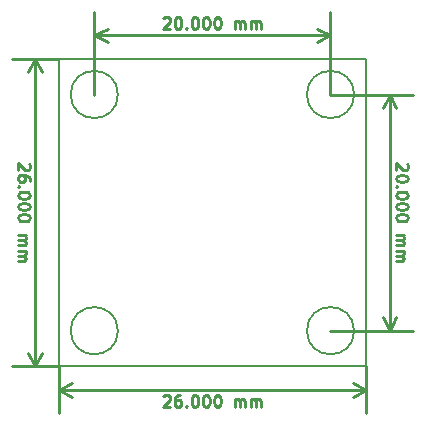
<source format=gbr>
G04 (created by PCBNEW (2013-mar-13)-testing) date Wed 05 Jun 2013 12:42:06 PM WEST*
%MOIN*%
G04 Gerber Fmt 3.4, Leading zero omitted, Abs format*
%FSLAX34Y34*%
G01*
G70*
G90*
G04 APERTURE LIST*
%ADD10C,0.005906*%
%ADD11C,0.007874*%
%ADD12C,0.009843*%
G04 APERTURE END LIST*
G54D10*
G54D11*
X58661Y-38188D02*
G75*
G03X58661Y-38188I-787J0D01*
G74*
G01*
X66535Y-38188D02*
G75*
G03X66535Y-38188I-787J0D01*
G74*
G01*
X66535Y-30314D02*
G75*
G03X66535Y-30314I-787J0D01*
G74*
G01*
X58661Y-30314D02*
G75*
G03X58661Y-30314I-787J0D01*
G74*
G01*
X66929Y-29133D02*
X56692Y-29133D01*
X66929Y-39370D02*
X66929Y-29133D01*
X56692Y-39370D02*
X66929Y-39370D01*
X56692Y-29133D02*
X56692Y-39370D01*
G54D12*
X60179Y-27774D02*
X60198Y-27755D01*
X60236Y-27737D01*
X60329Y-27737D01*
X60367Y-27755D01*
X60386Y-27774D01*
X60404Y-27812D01*
X60404Y-27849D01*
X60386Y-27905D01*
X60161Y-28130D01*
X60404Y-28130D01*
X60648Y-27737D02*
X60686Y-27737D01*
X60723Y-27755D01*
X60742Y-27774D01*
X60761Y-27812D01*
X60779Y-27887D01*
X60779Y-27980D01*
X60761Y-28055D01*
X60742Y-28093D01*
X60723Y-28112D01*
X60686Y-28130D01*
X60648Y-28130D01*
X60611Y-28112D01*
X60592Y-28093D01*
X60573Y-28055D01*
X60554Y-27980D01*
X60554Y-27887D01*
X60573Y-27812D01*
X60592Y-27774D01*
X60611Y-27755D01*
X60648Y-27737D01*
X60948Y-28093D02*
X60967Y-28112D01*
X60948Y-28130D01*
X60929Y-28112D01*
X60948Y-28093D01*
X60948Y-28130D01*
X61211Y-27737D02*
X61248Y-27737D01*
X61286Y-27755D01*
X61304Y-27774D01*
X61323Y-27812D01*
X61342Y-27887D01*
X61342Y-27980D01*
X61323Y-28055D01*
X61304Y-28093D01*
X61286Y-28112D01*
X61248Y-28130D01*
X61211Y-28130D01*
X61173Y-28112D01*
X61154Y-28093D01*
X61136Y-28055D01*
X61117Y-27980D01*
X61117Y-27887D01*
X61136Y-27812D01*
X61154Y-27774D01*
X61173Y-27755D01*
X61211Y-27737D01*
X61586Y-27737D02*
X61623Y-27737D01*
X61661Y-27755D01*
X61679Y-27774D01*
X61698Y-27812D01*
X61717Y-27887D01*
X61717Y-27980D01*
X61698Y-28055D01*
X61679Y-28093D01*
X61661Y-28112D01*
X61623Y-28130D01*
X61586Y-28130D01*
X61548Y-28112D01*
X61529Y-28093D01*
X61511Y-28055D01*
X61492Y-27980D01*
X61492Y-27887D01*
X61511Y-27812D01*
X61529Y-27774D01*
X61548Y-27755D01*
X61586Y-27737D01*
X61961Y-27737D02*
X61998Y-27737D01*
X62035Y-27755D01*
X62054Y-27774D01*
X62073Y-27812D01*
X62092Y-27887D01*
X62092Y-27980D01*
X62073Y-28055D01*
X62054Y-28093D01*
X62035Y-28112D01*
X61998Y-28130D01*
X61961Y-28130D01*
X61923Y-28112D01*
X61904Y-28093D01*
X61886Y-28055D01*
X61867Y-27980D01*
X61867Y-27887D01*
X61886Y-27812D01*
X61904Y-27774D01*
X61923Y-27755D01*
X61961Y-27737D01*
X62560Y-28130D02*
X62560Y-27868D01*
X62560Y-27905D02*
X62579Y-27887D01*
X62617Y-27868D01*
X62673Y-27868D01*
X62710Y-27887D01*
X62729Y-27924D01*
X62729Y-28130D01*
X62729Y-27924D02*
X62748Y-27887D01*
X62785Y-27868D01*
X62842Y-27868D01*
X62879Y-27887D01*
X62898Y-27924D01*
X62898Y-28130D01*
X63085Y-28130D02*
X63085Y-27868D01*
X63085Y-27905D02*
X63104Y-27887D01*
X63142Y-27868D01*
X63198Y-27868D01*
X63235Y-27887D01*
X63254Y-27924D01*
X63254Y-28130D01*
X63254Y-27924D02*
X63273Y-27887D01*
X63310Y-27868D01*
X63367Y-27868D01*
X63404Y-27887D01*
X63423Y-27924D01*
X63423Y-28130D01*
X57874Y-28346D02*
X65748Y-28346D01*
X57874Y-30314D02*
X57874Y-27559D01*
X65748Y-30314D02*
X65748Y-27559D01*
X65748Y-28346D02*
X65304Y-28577D01*
X65748Y-28346D02*
X65304Y-28115D01*
X57874Y-28346D02*
X58317Y-28577D01*
X57874Y-28346D02*
X58317Y-28115D01*
X68288Y-32620D02*
X68307Y-32639D01*
X68325Y-32677D01*
X68325Y-32770D01*
X68307Y-32808D01*
X68288Y-32827D01*
X68250Y-32845D01*
X68213Y-32845D01*
X68157Y-32827D01*
X67932Y-32602D01*
X67932Y-32845D01*
X68325Y-33089D02*
X68325Y-33127D01*
X68307Y-33164D01*
X68288Y-33183D01*
X68250Y-33202D01*
X68175Y-33220D01*
X68082Y-33220D01*
X68007Y-33202D01*
X67969Y-33183D01*
X67950Y-33164D01*
X67932Y-33127D01*
X67932Y-33089D01*
X67950Y-33052D01*
X67969Y-33033D01*
X68007Y-33014D01*
X68082Y-32995D01*
X68175Y-32995D01*
X68250Y-33014D01*
X68288Y-33033D01*
X68307Y-33052D01*
X68325Y-33089D01*
X67969Y-33389D02*
X67950Y-33408D01*
X67932Y-33389D01*
X67950Y-33370D01*
X67969Y-33389D01*
X67932Y-33389D01*
X68325Y-33652D02*
X68325Y-33689D01*
X68307Y-33727D01*
X68288Y-33745D01*
X68250Y-33764D01*
X68175Y-33783D01*
X68082Y-33783D01*
X68007Y-33764D01*
X67969Y-33745D01*
X67950Y-33727D01*
X67932Y-33689D01*
X67932Y-33652D01*
X67950Y-33614D01*
X67969Y-33595D01*
X68007Y-33577D01*
X68082Y-33558D01*
X68175Y-33558D01*
X68250Y-33577D01*
X68288Y-33595D01*
X68307Y-33614D01*
X68325Y-33652D01*
X68325Y-34026D02*
X68325Y-34064D01*
X68307Y-34101D01*
X68288Y-34120D01*
X68250Y-34139D01*
X68175Y-34158D01*
X68082Y-34158D01*
X68007Y-34139D01*
X67969Y-34120D01*
X67950Y-34101D01*
X67932Y-34064D01*
X67932Y-34026D01*
X67950Y-33989D01*
X67969Y-33970D01*
X68007Y-33952D01*
X68082Y-33933D01*
X68175Y-33933D01*
X68250Y-33952D01*
X68288Y-33970D01*
X68307Y-33989D01*
X68325Y-34026D01*
X68325Y-34401D02*
X68325Y-34439D01*
X68307Y-34476D01*
X68288Y-34495D01*
X68250Y-34514D01*
X68175Y-34533D01*
X68082Y-34533D01*
X68007Y-34514D01*
X67969Y-34495D01*
X67950Y-34476D01*
X67932Y-34439D01*
X67932Y-34401D01*
X67950Y-34364D01*
X67969Y-34345D01*
X68007Y-34326D01*
X68082Y-34308D01*
X68175Y-34308D01*
X68250Y-34326D01*
X68288Y-34345D01*
X68307Y-34364D01*
X68325Y-34401D01*
X67932Y-35001D02*
X68194Y-35001D01*
X68157Y-35001D02*
X68175Y-35020D01*
X68194Y-35058D01*
X68194Y-35114D01*
X68175Y-35151D01*
X68138Y-35170D01*
X67932Y-35170D01*
X68138Y-35170D02*
X68175Y-35189D01*
X68194Y-35226D01*
X68194Y-35283D01*
X68175Y-35320D01*
X68138Y-35339D01*
X67932Y-35339D01*
X67932Y-35526D02*
X68194Y-35526D01*
X68157Y-35526D02*
X68175Y-35545D01*
X68194Y-35583D01*
X68194Y-35639D01*
X68175Y-35676D01*
X68138Y-35695D01*
X67932Y-35695D01*
X68138Y-35695D02*
X68175Y-35714D01*
X68194Y-35751D01*
X68194Y-35808D01*
X68175Y-35845D01*
X68138Y-35864D01*
X67932Y-35864D01*
X67716Y-30314D02*
X67716Y-38188D01*
X65748Y-30314D02*
X68503Y-30314D01*
X65748Y-38188D02*
X68503Y-38188D01*
X67716Y-38188D02*
X67485Y-37745D01*
X67716Y-38188D02*
X67947Y-37745D01*
X67716Y-30314D02*
X67485Y-30758D01*
X67716Y-30314D02*
X67947Y-30758D01*
X60179Y-40373D02*
X60198Y-40354D01*
X60236Y-40335D01*
X60329Y-40335D01*
X60367Y-40354D01*
X60386Y-40373D01*
X60404Y-40410D01*
X60404Y-40448D01*
X60386Y-40504D01*
X60161Y-40729D01*
X60404Y-40729D01*
X60742Y-40335D02*
X60667Y-40335D01*
X60629Y-40354D01*
X60611Y-40373D01*
X60573Y-40429D01*
X60554Y-40504D01*
X60554Y-40654D01*
X60573Y-40691D01*
X60592Y-40710D01*
X60629Y-40729D01*
X60704Y-40729D01*
X60742Y-40710D01*
X60761Y-40691D01*
X60779Y-40654D01*
X60779Y-40560D01*
X60761Y-40523D01*
X60742Y-40504D01*
X60704Y-40485D01*
X60629Y-40485D01*
X60592Y-40504D01*
X60573Y-40523D01*
X60554Y-40560D01*
X60948Y-40691D02*
X60967Y-40710D01*
X60948Y-40729D01*
X60929Y-40710D01*
X60948Y-40691D01*
X60948Y-40729D01*
X61211Y-40335D02*
X61248Y-40335D01*
X61286Y-40354D01*
X61304Y-40373D01*
X61323Y-40410D01*
X61342Y-40485D01*
X61342Y-40579D01*
X61323Y-40654D01*
X61304Y-40691D01*
X61286Y-40710D01*
X61248Y-40729D01*
X61211Y-40729D01*
X61173Y-40710D01*
X61154Y-40691D01*
X61136Y-40654D01*
X61117Y-40579D01*
X61117Y-40485D01*
X61136Y-40410D01*
X61154Y-40373D01*
X61173Y-40354D01*
X61211Y-40335D01*
X61586Y-40335D02*
X61623Y-40335D01*
X61661Y-40354D01*
X61679Y-40373D01*
X61698Y-40410D01*
X61717Y-40485D01*
X61717Y-40579D01*
X61698Y-40654D01*
X61679Y-40691D01*
X61661Y-40710D01*
X61623Y-40729D01*
X61586Y-40729D01*
X61548Y-40710D01*
X61529Y-40691D01*
X61511Y-40654D01*
X61492Y-40579D01*
X61492Y-40485D01*
X61511Y-40410D01*
X61529Y-40373D01*
X61548Y-40354D01*
X61586Y-40335D01*
X61961Y-40335D02*
X61998Y-40335D01*
X62035Y-40354D01*
X62054Y-40373D01*
X62073Y-40410D01*
X62092Y-40485D01*
X62092Y-40579D01*
X62073Y-40654D01*
X62054Y-40691D01*
X62035Y-40710D01*
X61998Y-40729D01*
X61961Y-40729D01*
X61923Y-40710D01*
X61904Y-40691D01*
X61886Y-40654D01*
X61867Y-40579D01*
X61867Y-40485D01*
X61886Y-40410D01*
X61904Y-40373D01*
X61923Y-40354D01*
X61961Y-40335D01*
X62560Y-40729D02*
X62560Y-40466D01*
X62560Y-40504D02*
X62579Y-40485D01*
X62617Y-40466D01*
X62673Y-40466D01*
X62710Y-40485D01*
X62729Y-40523D01*
X62729Y-40729D01*
X62729Y-40523D02*
X62748Y-40485D01*
X62785Y-40466D01*
X62842Y-40466D01*
X62879Y-40485D01*
X62898Y-40523D01*
X62898Y-40729D01*
X63085Y-40729D02*
X63085Y-40466D01*
X63085Y-40504D02*
X63104Y-40485D01*
X63142Y-40466D01*
X63198Y-40466D01*
X63235Y-40485D01*
X63254Y-40523D01*
X63254Y-40729D01*
X63254Y-40523D02*
X63273Y-40485D01*
X63310Y-40466D01*
X63367Y-40466D01*
X63404Y-40485D01*
X63423Y-40523D01*
X63423Y-40729D01*
X56692Y-40157D02*
X66929Y-40157D01*
X56692Y-39370D02*
X56692Y-40944D01*
X66929Y-39370D02*
X66929Y-40944D01*
X66929Y-40157D02*
X66485Y-40388D01*
X66929Y-40157D02*
X66485Y-39926D01*
X56692Y-40157D02*
X57136Y-40388D01*
X56692Y-40157D02*
X57136Y-39926D01*
X55689Y-32620D02*
X55708Y-32639D01*
X55727Y-32677D01*
X55727Y-32770D01*
X55708Y-32808D01*
X55689Y-32827D01*
X55652Y-32845D01*
X55614Y-32845D01*
X55558Y-32827D01*
X55333Y-32602D01*
X55333Y-32845D01*
X55727Y-33183D02*
X55727Y-33108D01*
X55708Y-33070D01*
X55689Y-33052D01*
X55633Y-33014D01*
X55558Y-32995D01*
X55408Y-32995D01*
X55371Y-33014D01*
X55352Y-33033D01*
X55333Y-33070D01*
X55333Y-33145D01*
X55352Y-33183D01*
X55371Y-33202D01*
X55408Y-33220D01*
X55502Y-33220D01*
X55539Y-33202D01*
X55558Y-33183D01*
X55577Y-33145D01*
X55577Y-33070D01*
X55558Y-33033D01*
X55539Y-33014D01*
X55502Y-32995D01*
X55371Y-33389D02*
X55352Y-33408D01*
X55333Y-33389D01*
X55352Y-33370D01*
X55371Y-33389D01*
X55333Y-33389D01*
X55727Y-33652D02*
X55727Y-33689D01*
X55708Y-33727D01*
X55689Y-33745D01*
X55652Y-33764D01*
X55577Y-33783D01*
X55483Y-33783D01*
X55408Y-33764D01*
X55371Y-33745D01*
X55352Y-33727D01*
X55333Y-33689D01*
X55333Y-33652D01*
X55352Y-33614D01*
X55371Y-33595D01*
X55408Y-33577D01*
X55483Y-33558D01*
X55577Y-33558D01*
X55652Y-33577D01*
X55689Y-33595D01*
X55708Y-33614D01*
X55727Y-33652D01*
X55727Y-34026D02*
X55727Y-34064D01*
X55708Y-34101D01*
X55689Y-34120D01*
X55652Y-34139D01*
X55577Y-34158D01*
X55483Y-34158D01*
X55408Y-34139D01*
X55371Y-34120D01*
X55352Y-34101D01*
X55333Y-34064D01*
X55333Y-34026D01*
X55352Y-33989D01*
X55371Y-33970D01*
X55408Y-33952D01*
X55483Y-33933D01*
X55577Y-33933D01*
X55652Y-33952D01*
X55689Y-33970D01*
X55708Y-33989D01*
X55727Y-34026D01*
X55727Y-34401D02*
X55727Y-34439D01*
X55708Y-34476D01*
X55689Y-34495D01*
X55652Y-34514D01*
X55577Y-34533D01*
X55483Y-34533D01*
X55408Y-34514D01*
X55371Y-34495D01*
X55352Y-34476D01*
X55333Y-34439D01*
X55333Y-34401D01*
X55352Y-34364D01*
X55371Y-34345D01*
X55408Y-34326D01*
X55483Y-34308D01*
X55577Y-34308D01*
X55652Y-34326D01*
X55689Y-34345D01*
X55708Y-34364D01*
X55727Y-34401D01*
X55333Y-35001D02*
X55596Y-35001D01*
X55558Y-35001D02*
X55577Y-35020D01*
X55596Y-35058D01*
X55596Y-35114D01*
X55577Y-35151D01*
X55539Y-35170D01*
X55333Y-35170D01*
X55539Y-35170D02*
X55577Y-35189D01*
X55596Y-35226D01*
X55596Y-35283D01*
X55577Y-35320D01*
X55539Y-35339D01*
X55333Y-35339D01*
X55333Y-35526D02*
X55596Y-35526D01*
X55558Y-35526D02*
X55577Y-35545D01*
X55596Y-35583D01*
X55596Y-35639D01*
X55577Y-35676D01*
X55539Y-35695D01*
X55333Y-35695D01*
X55539Y-35695D02*
X55577Y-35714D01*
X55596Y-35751D01*
X55596Y-35808D01*
X55577Y-35845D01*
X55539Y-35864D01*
X55333Y-35864D01*
X55905Y-29133D02*
X55905Y-39370D01*
X56692Y-29133D02*
X55118Y-29133D01*
X56692Y-39370D02*
X55118Y-39370D01*
X55905Y-39370D02*
X55674Y-38926D01*
X55905Y-39370D02*
X56136Y-38926D01*
X55905Y-29133D02*
X55674Y-29577D01*
X55905Y-29133D02*
X56136Y-29577D01*
G54D10*
X56692Y-29133D02*
X66929Y-29133D01*
X56692Y-39370D02*
X56692Y-29133D01*
X66929Y-39370D02*
X56692Y-39370D01*
X66929Y-39370D02*
X66929Y-29133D01*
M02*

</source>
